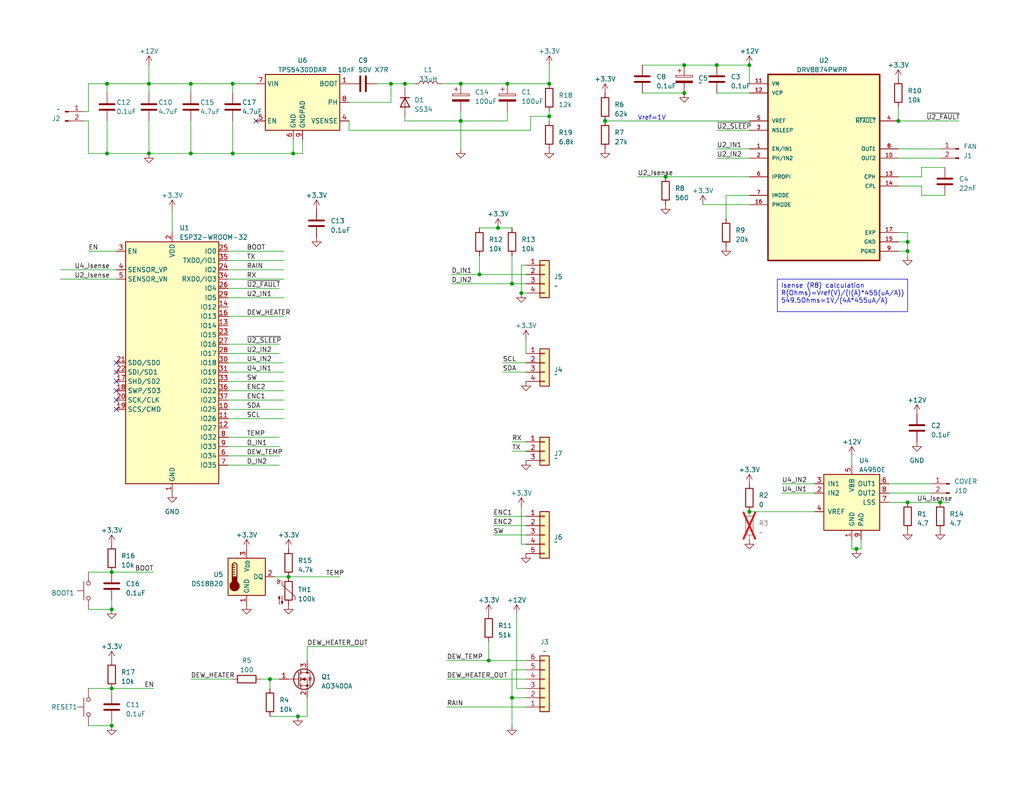
<source format=kicad_sch>
(kicad_sch (version 20230121) (generator eeschema)
  (paper "USLetter")
  (title_block (title "Fantastic Fan ESPHome Control Board") (date "2023-07-25") (rev "2") (company "Chris Schimp (Silverchris)") (comment 1 "Designed to integrate Fantastic Fans into Home Assistant Via ESPHome"))
  (lib_symbols
    (symbol "Connector:Conn_01x02_Pin" (pin_names (offset 1.016) hide)
      (property "Reference" "J" (at 0 2.54 0))
      (property "Value" "Conn_01x02_Pin" (at 0 -5.08 0))
      (symbol "Conn_01x02_Pin_1_1"
        (pin passive line (at 5.08 0 180) (length 3.81) (name "Pin_1") (number "1"))
        (pin passive line (at 5.08 -2.54 180) (length 3.81) (name "Pin_2") (number "2"))
      )
    )
    (symbol "Connector_Generic:Conn_01x03" (pin_names (offset 1.016) hide)
      (property "Reference" "J" (at 0 5.08 0))
      (property "Value" "Conn_01x03" (at 0 -5.08 0))
      (symbol "Conn_01x03_1_1"
        (pin passive line (at -5.08 2.54 0) (length 3.81) (name "Pin_1") (number "1"))
        (pin passive line (at -5.08 0 0) (length 3.81) (name "Pin_2") (number "2"))
        (pin passive line (at -5.08 -2.54 0) (length 3.81) (name "Pin_3") (number "3"))
      )
    )
    (symbol "Connector_Generic:Conn_01x04" (pin_names (offset 1.016) hide)
      (property "Reference" "J" (at 0 5.08 0))
      (property "Value" "Conn_01x04" (at 0 -7.62 0))
      (symbol "Conn_01x04_1_1"
        (pin passive line (at -5.08 2.54 0) (length 3.81) (name "Pin_1") (number "1"))
        (pin passive line (at -5.08 0 0) (length 3.81) (name "Pin_2") (number "2"))
        (pin passive line (at -5.08 -2.54 0) (length 3.81) (name "Pin_3") (number "3"))
        (pin passive line (at -5.08 -5.08 0) (length 3.81) (name "Pin_4") (number "4"))
      )
    )
    (symbol "Connector_Generic:Conn_01x05" (pin_names (offset 1.016) hide)
      (property "Reference" "J" (at 0 7.62 0))
      (property "Value" "Conn_01x05" (at 0 -7.62 0))
      (symbol "Conn_01x05_1_1"
        (pin passive line (at -5.08 5.08 0) (length 3.81) (name "Pin_1") (number "1"))
        (pin passive line (at -5.08 2.54 0) (length 3.81) (name "Pin_2") (number "2"))
        (pin passive line (at -5.08 0 0) (length 3.81) (name "Pin_3") (number "3"))
        (pin passive line (at -5.08 -2.54 0) (length 3.81) (name "Pin_4") (number "4"))
        (pin passive line (at -5.08 -5.08 0) (length 3.81) (name "Pin_5") (number "5"))
      )
    )
    (symbol "Connector_Generic:Conn_01x06" (pin_names (offset 1.016) hide)
      (property "Reference" "J" (at 0 7.62 0))
      (property "Value" "Conn_01x06" (at 0 -10.16 0))
      (symbol "Conn_01x06_1_1"
        (pin passive line (at -5.08 5.08 0) (length 3.81) (name "Pin_1") (number "1"))
        (pin passive line (at -5.08 2.54 0) (length 3.81) (name "Pin_2") (number "2"))
        (pin passive line (at -5.08 0 0) (length 3.81) (name "Pin_3") (number "3"))
        (pin passive line (at -5.08 -2.54 0) (length 3.81) (name "Pin_4") (number "4"))
        (pin passive line (at -5.08 -5.08 0) (length 3.81) (name "Pin_5") (number "5"))
        (pin passive line (at -5.08 -7.62 0) (length 3.81) (name "Pin_6") (number "6"))
      )
    )
    (symbol "DRV8876:DRV8876PWPT" (pin_names (offset 1.016))
      (property "Reference" "U" (at -15.24 26.4 0))
      (property "Value" "DRV8876PWPT" (at -15.24 -29.4 0))
      (symbol "DRV8876PWPT_0_0"
        (pin input line (at -20.32 5.08 0) (length 5.08) (name "EN/IN1") (number "1"))
        (pin output line (at 20.32 2.54 180) (length 5.08) (name "OUT2") (number "10"))
        (pin power_in line (at -20.32 22.86 0) (length 5.08) (name "VM") (number "11"))
        (pin power_in line (at -20.32 20.32 0) (length 5.08) (name "VCP") (number "12"))
        (pin bidirectional line (at 20.32 -2.54 180) (length 5.08) (name "CPH") (number "13"))
        (pin bidirectional line (at 20.32 -5.08 180) (length 5.08) (name "CPL") (number "14"))
        (pin power_in line (at 20.32 -20.32 180) (length 5.08) (name "GND") (number "15"))
        (pin input line (at -20.32 -10.16 0) (length 5.08) (name "PMODE") (number "16"))
        (pin passive line (at 20.32 -17.78 180) (length 5.08) (name "EXP") (number "17"))
        (pin input line (at -20.32 2.54 0) (length 5.08) (name "PH/IN2") (number "2"))
        (pin input line (at -20.32 10.16 0) (length 5.08) (name "NSLEEP") (number "3"))
        (pin output line (at 20.32 12.7 180) (length 5.08) (name "~{NFAULT}") (number "4"))
        (pin input line (at -20.32 12.7 0) (length 5.08) (name "VREF") (number "5"))
        (pin output line (at -20.32 -2.54 0) (length 5.08) (name "IPROPI") (number "6"))
        (pin input line (at -20.32 -7.62 0) (length 5.08) (name "IMODE") (number "7"))
        (pin output line (at 20.32 5.08 180) (length 5.08) (name "OUT1") (number "8"))
        (pin power_in line (at 20.32 -22.86 180) (length 5.08) (name "PGND") (number "9"))
      )
    )
    (symbol "Device:C" (pin_numbers hide) (pin_names (offset 0.254))
      (property "Reference" "C" (at 0.635 2.54 0))
      (property "Value" "C" (at 0.635 -2.54 0))
      (symbol "C_1_1"
        (pin passive line (at 0 3.81 270) (length 2.794) (name "~") (number "1"))
        (pin passive line (at 0 -3.81 90) (length 2.794) (name "~") (number "2"))
      )
    )
    (symbol "Device:C_Polarized" (pin_numbers hide) (pin_names (offset 0.254))
      (property "Reference" "C" (at 0.635 2.54 0))
      (property "Value" "C_Polarized" (at 0.635 -2.54 0))
      (symbol "C_Polarized_1_1"
        (pin passive line (at 0 3.81 270) (length 2.794) (name "~") (number "1"))
        (pin passive line (at 0 -3.81 90) (length 2.794) (name "~") (number "2"))
      )
    )
    (symbol "Device:D" (pin_numbers hide) (pin_names (offset 1.016) hide)
      (property "Reference" "D" (at 0 2.54 0))
      (property "Value" "D" (at 0 -2.54 0))
      (symbol "D_1_1"
        (pin passive line (at -3.81 0 0) (length 2.54) (name "K") (number "1"))
        (pin passive line (at 3.81 0 180) (length 2.54) (name "A") (number "2"))
      )
    )
    (symbol "Device:L" (pin_numbers hide) (pin_names (offset 1.016) hide)
      (property "Reference" "L" (at -1.27 0 90))
      (property "Value" "L" (at 1.905 0 90))
      (symbol "L_1_1"
        (pin passive line (at 0 3.81 270) (length 1.27) (name "1") (number "1"))
        (pin passive line (at 0 -3.81 90) (length 1.27) (name "2") (number "2"))
      )
    )
    (symbol "Device:R" (pin_numbers hide) (pin_names (offset 0))
      (property "Reference" "R" (at 2.032 0 90))
      (property "Value" "R" (at 0 0 90))
      (symbol "R_1_1"
        (pin passive line (at 0 3.81 270) (length 1.27) (name "~") (number "1"))
        (pin passive line (at 0 -3.81 90) (length 1.27) (name "~") (number "2"))
      )
    )
    (symbol "Device:Thermistor_NTC" (pin_numbers hide) (pin_names (offset 0))
      (property "Reference" "TH" (at -4.445 0 90))
      (property "Value" "Thermistor_NTC" (at 3.175 0 90))
      (symbol "Thermistor_NTC_1_1"
        (pin passive line (at 0 3.81 270) (length 1.27) (name "~") (number "1"))
        (pin passive line (at 0 -3.81 90) (length 1.27) (name "~") (number "2"))
      )
    )
    (symbol "Driver_Motor:A4950E" (pin_names (offset 1.016))
      (property "Reference" "U" (at -7.62 8.89 0))
      (property "Value" "A4950E" (at 5.08 8.89 0))
      (symbol "A4950E_1_1"
        (pin power_in line (at 0 -10.16 90) (length 2.54) (name "GND") (number "1"))
        (pin input line (at -10.16 2.54 0) (length 2.54) (name "IN2") (number "2"))
        (pin input line (at -10.16 5.08 0) (length 2.54) (name "IN1") (number "3"))
        (pin passive line (at -10.16 -2.54 0) (length 2.54) (name "VREF") (number "4"))
        (pin power_in line (at 0 10.16 270) (length 2.54) (name "VBB") (number "5"))
        (pin power_out line (at 10.16 5.08 180) (length 2.54) (name "OUT1") (number "6"))
        (pin power_in line (at 10.16 0 180) (length 2.54) (name "LSS") (number "7"))
        (pin power_out line (at 10.16 2.54 180) (length 2.54) (name "OUT2") (number "8"))
        (pin power_in line (at 2.54 -10.16 90) (length 2.54) (name "PAD") (number "9"))
      )
    )
    (symbol "RF_Module:ESP32-WROOM-32"
      (property "Reference" "U" (at -12.7 34.29 0))
      (property "Value" "ESP32-WROOM-32" (at 1.27 34.29 0))
      (symbol "ESP32-WROOM-32_1_1"
        (pin power_in line (at 0 -35.56 90) (length 2.54) (name "GND") (number "1"))
        (pin bidirectional line (at 15.24 -12.7 180) (length 2.54) (name "IO25") (number "10"))
        (pin bidirectional line (at 15.24 -15.24 180) (length 2.54) (name "IO26") (number "11"))
        (pin bidirectional line (at 15.24 -17.78 180) (length 2.54) (name "IO27") (number "12"))
        (pin bidirectional line (at 15.24 10.16 180) (length 2.54) (name "IO14") (number "13"))
        (pin bidirectional line (at 15.24 15.24 180) (length 2.54) (name "IO12") (number "14"))
        (pin passive line (at 0 -35.56 90) (length 2.54) hide (name "GND") (number "15"))
        (pin bidirectional line (at 15.24 12.7 180) (length 2.54) (name "IO13") (number "16"))
        (pin bidirectional line (at -15.24 -5.08 0) (length 2.54) (name "SHD/SD2") (number "17"))
        (pin bidirectional line (at -15.24 -7.62 0) (length 2.54) (name "SWP/SD3") (number "18"))
        (pin bidirectional line (at -15.24 -12.7 0) (length 2.54) (name "SCS/CMD") (number "19"))
        (pin power_in line (at 0 35.56 270) (length 2.54) (name "VDD") (number "2"))
        (pin bidirectional line (at -15.24 -10.16 0) (length 2.54) (name "SCK/CLK") (number "20"))
        (pin bidirectional line (at -15.24 0 0) (length 2.54) (name "SDO/SD0") (number "21"))
        (pin bidirectional line (at -15.24 -2.54 0) (length 2.54) (name "SDI/SD1") (number "22"))
        (pin bidirectional line (at 15.24 7.62 180) (length 2.54) (name "IO15") (number "23"))
        (pin bidirectional line (at 15.24 25.4 180) (length 2.54) (name "IO2") (number "24"))
        (pin bidirectional line (at 15.24 30.48 180) (length 2.54) (name "IO0") (number "25"))
        (pin bidirectional line (at 15.24 20.32 180) (length 2.54) (name "IO4") (number "26"))
        (pin bidirectional line (at 15.24 5.08 180) (length 2.54) (name "IO16") (number "27"))
        (pin bidirectional line (at 15.24 2.54 180) (length 2.54) (name "IO17") (number "28"))
        (pin bidirectional line (at 15.24 17.78 180) (length 2.54) (name "IO5") (number "29"))
        (pin input line (at -15.24 30.48 0) (length 2.54) (name "EN") (number "3"))
        (pin bidirectional line (at 15.24 0 180) (length 2.54) (name "IO18") (number "30"))
        (pin bidirectional line (at 15.24 -2.54 180) (length 2.54) (name "IO19") (number "31"))
        (pin no_connect line (at -12.7 -27.94 0) (length 2.54) hide (name "NC") (number "32"))
        (pin bidirectional line (at 15.24 -5.08 180) (length 2.54) (name "IO21") (number "33"))
        (pin bidirectional line (at 15.24 22.86 180) (length 2.54) (name "RXD0/IO3") (number "34"))
        (pin bidirectional line (at 15.24 27.94 180) (length 2.54) (name "TXD0/IO1") (number "35"))
        (pin bidirectional line (at 15.24 -7.62 180) (length 2.54) (name "IO22") (number "36"))
        (pin bidirectional line (at 15.24 -10.16 180) (length 2.54) (name "IO23") (number "37"))
        (pin passive line (at 0 -35.56 90) (length 2.54) hide (name "GND") (number "38"))
        (pin passive line (at 0 -35.56 90) (length 2.54) hide (name "GND") (number "39"))
        (pin input line (at -15.24 25.4 0) (length 2.54) (name "SENSOR_VP") (number "4"))
        (pin input line (at -15.24 22.86 0) (length 2.54) (name "SENSOR_VN") (number "5"))
        (pin input line (at 15.24 -25.4 180) (length 2.54) (name "IO34") (number "6"))
        (pin input line (at 15.24 -27.94 180) (length 2.54) (name "IO35") (number "7"))
        (pin bidirectional line (at 15.24 -20.32 180) (length 2.54) (name "IO32") (number "8"))
        (pin bidirectional line (at 15.24 -22.86 180) (length 2.54) (name "IO33") (number "9"))
      )
    )
    (symbol "Regulator_Switching:TPS5430DDA"
      (property "Reference" "U" (at -10.16 8.89 0))
      (property "Value" "TPS5430DDA" (at -1.27 8.89 0))
      (symbol "TPS5430DDA_1_1"
        (pin input line (at 12.7 5.08 180) (length 2.54) (name "BOOT") (number "1"))
        (pin no_connect line (at -10.16 2.54 0) (length 2.54) hide (name "NC") (number "2"))
        (pin no_connect line (at -10.16 -2.54 0) (length 2.54) hide (name "NC") (number "3"))
        (pin input line (at 12.7 -5.08 180) (length 2.54) (name "VSENSE") (number "4"))
        (pin input line (at -12.7 -5.08 0) (length 2.54) (name "EN") (number "5"))
        (pin power_in line (at -2.54 -10.16 90) (length 2.54) (name "GND") (number "6"))
        (pin power_in line (at -12.7 5.08 0) (length 2.54) (name "VIN") (number "7"))
        (pin output line (at 12.7 0 180) (length 2.54) (name "PH") (number "8"))
        (pin power_in line (at 0 -10.16 90) (length 2.54) (name "GNDPAD") (number "9"))
      )
    )
    (symbol "Sensor_Temperature:DS18B20"
      (property "Reference" "U" (at -3.81 6.35 0))
      (property "Value" "DS18B20" (at 6.35 6.35 0))
      (symbol "DS18B20_1_1"
        (pin power_in line (at 0 -7.62 90) (length 2.54) (name "GND") (number "1"))
        (pin bidirectional line (at 7.62 0 180) (length 2.54) (name "DQ") (number "2"))
        (pin power_in line (at 0 7.62 270) (length 2.54) (name "V_{DD}") (number "3"))
      )
    )
    (symbol "Switch:SW_Push" (pin_numbers hide) (pin_names (offset 1.016) hide)
      (property "Reference" "SW" (at 1.27 2.54 0))
      (property "Value" "SW_Push" (at 0 -1.524 0))
      (symbol "SW_Push_0_1"
        (pin passive line (at -5.08 0 0) (length 2.54) (name "1") (number "1"))
        (pin passive line (at 5.08 0 180) (length 2.54) (name "2") (number "2"))
      )
    )
    (symbol "Transistor_FET:AO3400A" (pin_names hide)
      (property "Reference" "Q" (at 5.08 1.905 0))
      (property "Value" "AO3400A" (at 5.08 0 0))
      (symbol "AO3400A_1_1"
        (pin input line (at -5.08 0 0) (length 2.54) (name "G") (number "1"))
        (pin passive line (at 2.54 -5.08 90) (length 2.54) (name "S") (number "2"))
        (pin passive line (at 2.54 5.08 270) (length 2.54) (name "D") (number "3"))
      )
    )
    (symbol "power:+12V" (power) (pin_names (offset 0))
      (property "Value" "+12V" (at 0 3.556 0))
      (symbol "+12V_1_1"
        (pin power_in line (at 0 0 90) (length 0) hide (name "+12V") (number "1"))
      )
    )
    (symbol "power:+3.3V" (power) (pin_names (offset 0))
      (property "Value" "+3.3V" (at 0 3.556 0))
      (symbol "+3.3V_1_1"
        (pin power_in line (at 0 0 90) (length 0) hide (name "+3.3V") (number "1"))
      )
    )
    (symbol "power:GND" (power) (pin_names (offset 0))
      (property "Value" "GND" (at 0 -3.81 0))
      (symbol "GND_1_1"
        (pin power_in line (at 0 0 270) (length 0) hide (name "GND") (number "1"))
      )
    )
  )
  (junction (at 125.73 22.86))
  (junction (at 139.7 190.5))
  (junction (at 204.47 17.78))
  (junction (at 110.49 22.86))
  (junction (at 40.64 22.86))
  (junction (at 63.5 22.86))
  (junction (at 63.5 41.91))
  (junction (at 40.64 41.91))
  (junction (at 29.21 22.86))
  (junction (at 186.69 17.78))
  (junction (at 73.66 185.42))
  (junction (at 130.81 74.93))
  (junction (at 256.54 137.16))
  (junction (at 142.24 80.01))
  (junction (at 106.68 22.86))
  (junction (at 247.65 66.04))
  (junction (at 125.73 33.02))
  (junction (at 52.07 22.86))
  (junction (at 233.68 149.86))
  (junction (at 149.86 22.86))
  (junction (at 204.47 139.7))
  (junction (at 30.48 187.96))
  (junction (at 245.11 33.02))
  (junction (at 30.48 198.12))
  (junction (at 165.1 33.02))
  (junction (at 80.01 41.91))
  (junction (at 138.43 22.86))
  (junction (at 139.7 77.47))
  (junction (at 186.69 25.4))
  (junction (at 181.61 48.26))
  (junction (at 52.07 41.91))
  (junction (at 195.58 17.78))
  (junction (at 30.48 156.21))
  (junction (at 247.65 137.16))
  (junction (at 81.28 195.58))
  (junction (at 78.74 157.48))
  (junction (at 29.21 41.91))
  (junction (at 149.86 31.75))
  (junction (at 135.89 62.23))
  (junction (at 30.48 166.37))
  (junction (at 133.35 180.34))
  (junction (at 247.65 68.58))
  (no_connect (at 31.75 111.76))
  (no_connect (at 31.75 101.6))
  (no_connect (at 31.75 99.06))
  (no_connect (at 31.75 109.22))
  (no_connect (at 31.75 104.14))
  (no_connect (at 31.75 106.68))
  (no_connect (at 69.85 33.02))
  (wire (pts (xy 247.65 68.58) (xy 247.65 69.85)))
  (wire (pts (xy 62.23 127) (xy 76.2 127)))
  (wire (pts (xy 106.68 27.94) (xy 106.68 22.86)))
  (wire (pts (xy 232.41 147.32) (xy 232.41 149.86)))
  (wire (pts (xy 110.49 33.02) (xy 125.73 33.02)))
  (wire (pts (xy 110.49 22.86) (xy 113.03 22.86)))
  (wire (pts (xy 95.25 35.56) (xy 144.78 35.56)))
  (wire (pts (xy 24.13 187.96) (xy 30.48 187.96)))
  (wire (pts (xy 175.26 17.78) (xy 186.69 17.78)))
  (wire (pts (xy 110.49 22.86) (xy 110.49 24.13)))
  (wire (pts (xy 52.07 185.42) (xy 63.5 185.42)))
  (wire (pts (xy 63.5 33.02) (xy 63.5 41.91)))
  (wire (pts (xy 78.74 157.48) (xy 92.71 157.48)))
  (wire (pts (xy 245.11 68.58) (xy 247.65 68.58)))
  (wire (pts (xy 133.35 180.34) (xy 143.51 180.34)))
  (wire (pts (xy 144.78 35.56) (xy 144.78 31.75)))
  (wire (pts (xy 245.11 43.18) (xy 256.54 43.18)))
  (wire (pts (xy 140.97 167.64) (xy 140.97 187.96)))
  (wire (pts (xy 71.12 185.42) (xy 73.66 185.42)))
  (wire (pts (xy 173.99 48.26) (xy 181.61 48.26)))
  (wire (pts (xy 62.23 104.14) (xy 77.47 104.14)))
  (wire (pts (xy 102.87 22.86) (xy 106.68 22.86)))
  (wire (pts (xy 125.73 33.02) (xy 125.73 40.64)))
  (wire (pts (xy 256.54 137.16) (xy 259.08 137.16)))
  (wire (pts (xy 242.57 134.62) (xy 254 134.62)))
  (wire (pts (xy 40.64 33.02) (xy 40.64 41.91)))
  (wire (pts (xy 62.23 119.38) (xy 76.2 119.38)))
  (wire (pts (xy 139.7 69.85) (xy 139.7 77.47)))
  (wire (pts (xy 245.11 63.5) (xy 247.65 63.5)))
  (wire (pts (xy 139.7 190.5) (xy 139.7 198.12)))
  (wire (pts (xy 30.48 156.21) (xy 24.13 156.21)))
  (wire (pts (xy 81.28 195.58) (xy 73.66 195.58)))
  (wire (pts (xy 52.07 22.86) (xy 52.07 25.4)))
  (wire (pts (xy 30.48 196.85) (xy 30.48 198.12)))
  (wire (pts (xy 82.55 41.91) (xy 82.55 38.1)))
  (wire (pts (xy 30.48 189.23) (xy 30.48 187.96)))
  (wire (pts (xy 195.58 35.56) (xy 204.47 35.56)))
  (wire (pts (xy 80.01 38.1) (xy 80.01 41.91)))
  (wire (pts (xy 191.77 55.88) (xy 204.47 55.88)))
  (wire (pts (xy 251.46 45.72) (xy 257.81 45.72)))
  (wire (pts (xy 138.43 33.02) (xy 138.43 30.48)))
  (wire (pts (xy 30.48 163.83) (xy 30.48 166.37)))
  (wire (pts (xy 247.65 137.16) (xy 256.54 137.16)))
  (wire (pts (xy 83.82 180.34) (xy 83.82 176.53)))
  (wire (pts (xy 195.58 40.64) (xy 204.47 40.64)))
  (wire (pts (xy 130.81 62.23) (xy 135.89 62.23)))
  (wire (pts (xy 121.92 193.04) (xy 143.51 193.04)))
  (wire (pts (xy 139.7 77.47) (xy 143.51 77.47)))
  (wire (pts (xy 29.21 22.86) (xy 40.64 22.86)))
  (wire (pts (xy 30.48 156.21) (xy 41.91 156.21)))
  (wire (pts (xy 62.23 121.92) (xy 76.2 121.92)))
  (wire (pts (xy 247.65 63.5) (xy 247.65 66.04)))
  (wire (pts (xy 198.12 53.34) (xy 198.12 59.69)))
  (wire (pts (xy 63.5 22.86) (xy 63.5 25.4)))
  (wire (pts (xy 181.61 48.26) (xy 204.47 48.26)))
  (wire (pts (xy 46.99 57.15) (xy 46.99 63.5)))
  (wire (pts (xy 233.68 149.86) (xy 234.95 149.86)))
  (wire (pts (xy 83.82 195.58) (xy 83.82 190.5)))
  (wire (pts (xy 139.7 182.88) (xy 139.7 190.5)))
  (wire (pts (xy 245.11 33.02) (xy 261.62 33.02)))
  (wire (pts (xy 62.23 73.66) (xy 77.47 73.66)))
  (wire (pts (xy 62.23 81.28) (xy 77.47 81.28)))
  (wire (pts (xy 121.92 180.34) (xy 133.35 180.34)))
  (wire (pts (xy 123.19 77.47) (xy 139.7 77.47)))
  (wire (pts (xy 62.23 78.74) (xy 76.2 78.74)))
  (wire (pts (xy 29.21 22.86) (xy 29.21 25.4)))
  (wire (pts (xy 62.23 96.52) (xy 76.2 96.52)))
  (wire (pts (xy 143.51 182.88) (xy 139.7 182.88)))
  (wire (pts (xy 62.23 71.12) (xy 77.47 71.12)))
  (wire (pts (xy 142.24 80.01) (xy 143.51 80.01)))
  (wire (pts (xy 142.24 148.59) (xy 143.51 148.59)))
  (wire (pts (xy 29.21 33.02) (xy 29.21 41.91)))
  (wire (pts (xy 83.82 176.53) (xy 99.06 176.53)))
  (wire (pts (xy 139.7 123.19) (xy 143.51 123.19)))
  (wire (pts (xy 106.68 22.86) (xy 110.49 22.86)))
  (wire (pts (xy 123.19 74.93) (xy 130.81 74.93)))
  (wire (pts (xy 245.11 50.8) (xy 251.46 50.8)))
  (wire (pts (xy 62.23 101.6) (xy 77.47 101.6)))
  (wire (pts (xy 16.51 73.66) (xy 31.75 73.66)))
  (wire (pts (xy 73.66 185.42) (xy 76.2 185.42)))
  (wire (pts (xy 40.64 22.86) (xy 52.07 22.86)))
  (wire (pts (xy 81.28 195.58) (xy 83.82 195.58)))
  (wire (pts (xy 175.26 25.4) (xy 186.69 25.4)))
  (wire (pts (xy 142.24 138.43) (xy 142.24 148.59)))
  (wire (pts (xy 251.46 50.8) (xy 251.46 53.34)))
  (wire (pts (xy 143.51 187.96) (xy 140.97 187.96)))
  (wire (pts (xy 125.73 30.48) (xy 125.73 33.02)))
  (wire (pts (xy 30.48 187.96) (xy 41.91 187.96)))
  (wire (pts (xy 40.64 17.78) (xy 40.64 22.86)))
  (wire (pts (xy 142.24 72.39) (xy 142.24 80.01)))
  (wire (pts (xy 62.23 68.58) (xy 77.47 68.58)))
  (wire (pts (xy 204.47 17.78) (xy 204.47 22.86)))
  (wire (pts (xy 62.23 106.68) (xy 77.47 106.68)))
  (wire (pts (xy 74.93 157.48) (xy 78.74 157.48)))
  (wire (pts (xy 63.5 22.86) (xy 69.85 22.86)))
  (wire (pts (xy 52.07 22.86) (xy 63.5 22.86)))
  (wire (pts (xy 245.11 29.21) (xy 245.11 33.02)))
  (wire (pts (xy 144.78 31.75) (xy 149.86 31.75)))
  (wire (pts (xy 134.62 146.05) (xy 143.51 146.05)))
  (wire (pts (xy 251.46 53.34) (xy 257.81 53.34)))
  (wire (pts (xy 62.23 111.76) (xy 77.47 111.76)))
  (wire (pts (xy 24.13 198.12) (xy 30.48 198.12)))
  (wire (pts (xy 149.86 30.48) (xy 149.86 31.75)))
  (wire (pts (xy 22.86 33.02) (xy 24.13 33.02)))
  (wire (pts (xy 204.47 53.34) (xy 198.12 53.34)))
  (wire (pts (xy 137.16 101.6) (xy 143.51 101.6)))
  (wire (pts (xy 251.46 48.26) (xy 251.46 45.72)))
  (wire (pts (xy 204.47 139.7) (xy 222.25 139.7)))
  (wire (pts (xy 213.36 132.08) (xy 222.25 132.08)))
  (wire (pts (xy 62.23 86.36) (xy 77.47 86.36)))
  (wire (pts (xy 186.69 17.78) (xy 195.58 17.78)))
  (wire (pts (xy 120.65 22.86) (xy 125.73 22.86)))
  (wire (pts (xy 139.7 190.5) (xy 143.51 190.5)))
  (wire (pts (xy 95.25 33.02) (xy 95.25 35.56)))
  (wire (pts (xy 62.23 93.98) (xy 76.2 93.98)))
  (wire (pts (xy 247.65 66.04) (xy 247.65 68.58)))
  (wire (pts (xy 62.23 76.2) (xy 77.47 76.2)))
  (wire (pts (xy 52.07 41.91) (xy 63.5 41.91)))
  (wire (pts (xy 29.21 41.91) (xy 40.64 41.91)))
  (wire (pts (xy 195.58 25.4) (xy 204.47 25.4)))
  (wire (pts (xy 232.41 149.86) (xy 233.68 149.86)))
  (wire (pts (xy 110.49 33.02) (xy 110.49 31.75)))
  (wire (pts (xy 62.23 114.3) (xy 77.47 114.3)))
  (wire (pts (xy 165.1 33.02) (xy 204.47 33.02)))
  (wire (pts (xy 213.36 134.62) (xy 222.25 134.62)))
  (wire (pts (xy 22.86 30.48) (xy 24.13 30.48)))
  (wire (pts (xy 95.25 27.94) (xy 106.68 27.94)))
  (wire (pts (xy 16.51 76.2) (xy 31.75 76.2)))
  (wire (pts (xy 139.7 120.65) (xy 143.51 120.65)))
  (wire (pts (xy 245.11 48.26) (xy 251.46 48.26)))
  (wire (pts (xy 80.01 41.91) (xy 82.55 41.91)))
  (wire (pts (xy 142.24 72.39) (xy 143.51 72.39)))
  (wire (pts (xy 232.41 124.46) (xy 232.41 127)))
  (wire (pts (xy 40.64 41.91) (xy 52.07 41.91)))
  (wire (pts (xy 234.95 147.32) (xy 234.95 149.86)))
  (wire (pts (xy 63.5 41.91) (xy 80.01 41.91)))
  (wire (pts (xy 134.62 143.51) (xy 143.51 143.51)))
  (wire (pts (xy 73.66 185.42) (xy 73.66 187.96)))
  (wire (pts (xy 245.11 66.04) (xy 247.65 66.04)))
  (wire (pts (xy 24.13 68.58) (xy 31.75 68.58)))
  (wire (pts (xy 24.13 22.86) (xy 29.21 22.86)))
  (wire (pts (xy 135.89 62.23) (xy 139.7 62.23)))
  (wire (pts (xy 121.92 185.42) (xy 143.51 185.42)))
  (wire (pts (xy 125.73 33.02) (xy 138.43 33.02)))
  (wire (pts (xy 133.35 175.26) (xy 133.35 180.34)))
  (wire (pts (xy 40.64 22.86) (xy 40.64 25.4)))
  (wire (pts (xy 134.62 140.97) (xy 143.51 140.97)))
  (wire (pts (xy 242.57 132.08) (xy 254 132.08)))
  (wire (pts (xy 143.51 92.71) (xy 143.51 96.52)))
  (wire (pts (xy 195.58 17.78) (xy 204.47 17.78)))
  (wire (pts (xy 130.81 69.85) (xy 130.81 74.93)))
  (wire (pts (xy 130.81 74.93) (xy 143.51 74.93)))
  (wire (pts (xy 24.13 41.91) (xy 24.13 33.02)))
  (wire (pts (xy 52.07 33.02) (xy 52.07 41.91)))
  (wire (pts (xy 149.86 17.78) (xy 149.86 22.86)))
  (wire (pts (xy 245.11 40.64) (xy 256.54 40.64)))
  (wire (pts (xy 242.57 137.16) (xy 247.65 137.16)))
  (wire (pts (xy 24.13 41.91) (xy 29.21 41.91)))
  (wire (pts (xy 62.23 124.46) (xy 76.2 124.46)))
  (wire (pts (xy 62.23 109.22) (xy 77.47 109.22)))
  (wire (pts (xy 195.58 43.18) (xy 204.47 43.18)))
  (wire (pts (xy 30.48 166.37) (xy 24.13 166.37)))
  (wire (pts (xy 24.13 22.86) (xy 24.13 30.48)))
  (wire (pts (xy 62.23 99.06) (xy 77.47 99.06)))
  (wire (pts (xy 137.16 99.06) (xy 143.51 99.06)))
  (wire (pts (xy 125.73 22.86) (xy 138.43 22.86)))
  (wire (pts (xy 138.43 22.86) (xy 149.86 22.86)))
  (wire (pts (xy 149.86 31.75) (xy 149.86 33.02)))
  (text_box "Isense (R8) calculation\nR(Ohms)=Vref(V)/(I(A)*455(uA/A))\n549.5Ohms=1V/(4A*455uA/A)" (at 212.09 76.2 0) (size 35.56 8.89) (effects (font (size 1.27 1.27)) (justify left top)))
  (text "Vref=1V" (at 173.99 33.02 0) (effects (font (size 1.27 1.27)) (justify left bottom)))
  (label "DEW_HEATER_OUT" (at 83.82 176.53 0))
  (label "DEW_TEMP" (at 121.92 180.34 0))
  (label "~{U2_SLEEP}" (at 67.31 93.98 0))
  (label "DEW_HEATER_OUT" (at 121.92 185.42 0))
  (label "U2_IN2" (at 195.58 43.18 0))
  (label "TX" (at 67.31 71.12 0))
  (label "RAIN" (at 67.31 73.66 0))
  (label "U4_IN2" (at 213.36 132.08 0))
  (label "D_IN1" (at 67.31 121.92 0))
  (label "U2_IN1" (at 67.31 81.28 0))
  (label "ENC1" (at 134.62 140.97 0))
  (label "RX" (at 139.7 120.65 0))
  (label "TEMP" (at 88.9 157.48 0))
  (label "U2_Isense" (at 20.32 76.2 0))
  (label "U2_IN1" (at 195.58 40.64 0))
  (label "~{U2_SLEEP}" (at 195.58 35.56 0))
  (label "DEW_HEATER" (at 52.07 185.42 0))
  (label "SCL" (at 137.16 99.06 0))
  (label "SCL" (at 67.31 114.3 0))
  (label "SW" (at 134.62 146.05 0))
  (label "U4_IN1" (at 213.36 134.62 0))
  (label "TX" (at 139.7 123.19 0))
  (label "~{U2_FAULT}" (at 67.31 78.74 0))
  (label "EN" (at 24.13 68.58 0))
  (label "SDA" (at 137.16 101.6 0))
  (label "D_IN2" (at 67.31 127 0))
  (label "U2_Isense" (at 173.99 48.26 0))
  (label "ENC2" (at 134.62 143.51 0))
  (label "RAIN" (at 121.92 193.04 0))
  (label "D_IN1" (at 123.19 74.93 0))
  (label "U4_Isense" (at 20.32 73.66 0))
  (label "U4_Isense" (at 250.19 137.16 0))
  (label "BOOT" (at 41.91 156.21 180))
  (label "U2_IN2" (at 67.31 96.52 0))
  (label "SW" (at 67.31 104.14 0))
  (label "U4_IN1" (at 67.31 101.6 0))
  (label "RX" (at 67.31 76.2 0))
  (label "D_IN2" (at 123.19 77.47 0))
  (label "ENC2" (at 67.31 106.68 0))
  (label "U4_IN2" (at 67.31 99.06 0))
  (label "BOOT" (at 67.31 68.58 0))
  (label "SDA" (at 67.31 111.76 0))
  (label "EN" (at 39.37 187.96 0))
  (label "DEW_HEATER" (at 67.31 86.36 0))
  (label "TEMP" (at 67.31 119.38 0))
  (label "ENC1" (at 67.31 109.22 0))
  (label "~{U2_FAULT}" (at 252.73 33.02 0))
  (label "DEW_TEMP" (at 67.31 124.46 0))
  (symbol (lib_id "power:GND") (at 139.7 198.12 0) (unit 1)
    (property "Reference" "#PWR045" (effects hide))
    (property "Value" "GND" (effects hide))
  )
  (symbol (lib_id "power:GND") (at 181.61 55.88 0) (unit 1)
    (property "Reference" "#PWR011" (effects hide))
    (property "Value" "GND" (effects hide))
  )
  (symbol (lib_id "power:+12V") (at 250.19 113.03 0) (unit 1)
    (property "Reference" "#PWR01" (effects hide))
    (property "Value" "+12V" (at 250.19 109.22 0))
  )
  (symbol (lib_id "power:+12V") (at 40.64 17.78 0) (unit 1)
    (property "Reference" "#PWR027" (effects hide))
    (property "Value" "+12V" (at 40.64 13.97 0))
  )
  (symbol (lib_id "Device:C") (at 99.06 22.86 90) (unit 1)
    (property "Reference" "C9" (at 99.06 16.51 90))
    (property "Value" "10nF 50V X7R" (at 99.06 19.05 90))
    (property "Footprint" "Capacitor_SMD:C_0603_1608Metric" (effects hide))
  )
  (symbol (lib_id "RF_Module:ESP32-WROOM-32") (at 46.99 99.06 0) (unit 1)
    (property "Reference" "U1" (at 48.9459 62.23 0) (effects (justify left)))
    (property "Value" "ESP32-WROOM-32" (at 48.9459 64.77 0) (effects (justify left)))
    (property "Footprint" "RF_Module:ESP32-WROOM-32" (effects hide))
    (property "Datasheet" "https://www.espressif.com/sites/default/files/documentation/esp32-wroom-32_datasheet_en.pdf" (effects hide))
  )
  (symbol (lib_id "power:GND") (at 40.64 41.91 0) (unit 1)
    (property "Reference" "#PWR032" (effects hide))
    (property "Value" "GND" (effects hide))
  )
  (symbol (lib_id "power:GND") (at 125.73 40.64 0) (unit 1)
    (property "Reference" "#PWR028" (effects hide))
    (property "Value" "GND" (effects hide))
  )
  (symbol (lib_id "power:+3.3V") (at 30.48 148.59 0) (mirror y) (unit 1)
    (property "Reference" "#PWR043" (effects hide))
    (property "Value" "+3.3V" (at 30.48 144.78 0))
  )
  (symbol (lib_id "power:GND") (at 67.31 165.1 0) (unit 1)
    (property "Reference" "#PWR040" (effects hide))
    (property "Value" "GND" (effects hide))
  )
  (symbol (lib_id "power:+3.3V") (at 67.31 149.86 0) (unit 1)
    (property "Reference" "#PWR029" (effects hide))
    (property "Value" "+3.3V" (at 67.31 146.05 0))
  )
  (symbol (lib_id "Connector:Conn_01x02_Pin") (at 17.78 30.48 0) (unit 1)
    (property "Reference" "J2" (at 16.51 32.385 0) (effects (justify right)))
    (property "Value" "~" (at 16.51 29.845 0) (effects (justify right)))
    (property "Footprint" "Connector_Phoenix_MSTB:PhoenixContact_MSTBVA_2,5_2-G-5,08_1x02_P5.08mm_Vertical" (effects hide))
  )
  (symbol (lib_id "power:+3.3V") (at 135.89 62.23 0) (unit 1)
    (property "Reference" "#PWR042" (effects hide))
    (property "Value" "+3.3V" (at 135.89 58.42 0))
  )
  (symbol (lib_id "Device:R") (at 256.54 140.97 0) (unit 1)
    (property "Reference" "R14" (at 259.08 140.335 0) (effects (justify left)))
    (property "Value" "4.7" (at 259.08 142.875 0) (effects (justify left)))
    (property "Footprint" "Resistor_SMD:R_0805_2012Metric" (effects hide))
    (property "LCSC Part #" "C17675" (effects hide))
  )
  (symbol (lib_id "Device:R") (at 30.48 184.15 0) (unit 1)
    (property "Reference" "R17" (at 33.02 183.515 0) (effects (justify left)))
    (property "Value" "10k" (at 33.02 186.055 0) (effects (justify left)))
    (property "Footprint" "Resistor_SMD:R_0603_1608Metric" (effects hide))
  )
  (symbol (lib_id "power:+12V") (at 140.97 167.64 0) (unit 1)
    (property "Reference" "#PWR036" (effects hide))
    (property "Value" "+12V" (at 140.97 163.83 0))
  )
  (symbol (lib_id "Device:C") (at 195.58 21.59 0) (unit 1)
    (property "Reference" "C3" (at 199.39 20.955 0) (effects (justify left)))
    (property "Value" "0.1uF" (at 199.39 23.495 0) (effects (justify left)))
    (property "Footprint" "Capacitor_SMD:C_0603_1608Metric" (effects hide))
  )
  (symbol (lib_id "power:+3.3V") (at 245.11 21.59 0) (unit 1)
    (property "Reference" "#PWR015" (effects hide))
    (property "Value" "+3.3V" (at 245.11 17.78 0))
  )
  (symbol (lib_id "power:+3.3V") (at 165.1 25.4 0) (unit 1)
    (property "Reference" "#PWR09" (effects hide))
    (property "Value" "+3.3V" (at 165.1 21.59 0))
  )
  (symbol (lib_id "Device:C_Polarized") (at 138.43 26.67 0) (unit 1)
    (property "Reference" "C1" (at 142.24 25.146 0) (effects (justify left)))
    (property "Value" "100uF" (at 142.24 27.686 0) (effects (justify left)))
    (property "Footprint" "Capacitor_SMD:C_1206_3216Metric" (effects hide))
  )
  (symbol (lib_id "Device:Thermistor_NTC") (at 78.74 161.29 0) (unit 1)
    (property "Reference" "TH1" (at 81.28 160.9725 0) (effects (justify left)))
    (property "Value" "100k" (at 81.28 163.5125 0) (effects (justify left)))
    (property "Footprint" "Connector_PinHeader_2.54mm:PinHeader_1x02_P2.54mm_Vertical" (effects hide))
  )
  (symbol (lib_id "power:GND") (at 142.24 80.01 0) (unit 1)
    (property "Reference" "#PWR033" (effects hide))
    (property "Value" "GND" (effects hide))
  )
  (symbol (lib_id "power:GND") (at 247.65 69.85 0) (unit 1)
    (property "Reference" "#PWR016" (effects hide))
    (property "Value" "GND" (effects hide))
  )
  (symbol (lib_id "power:GND") (at 143.51 151.13 0) (unit 1)
    (property "Reference" "#PWR023" (effects hide))
    (property "Value" "GND" (effects hide))
  )
  (symbol (lib_id "Device:C") (at 175.26 21.59 0) (unit 1)
    (property "Reference" "C8" (at 179.07 20.955 0) (effects (justify left)))
    (property "Value" "0.1uF" (at 179.07 23.495 0) (effects (justify left)))
    (property "Footprint" "Capacitor_SMD:C_0603_1608Metric" (effects hide))
  )
  (symbol (lib_id "power:GND") (at 233.68 149.86 0) (unit 1)
    (property "Reference" "#PWR02" (effects hide))
    (property "Value" "GND" (effects hide))
  )
  (symbol (lib_id "Device:D") (at 110.49 27.94 270) (unit 1)
    (property "Reference" "D1" (at 113.03 27.305 90) (effects (justify left)))
    (property "Value" "SS34" (at 113.03 29.845 90) (effects (justify left)))
    (property "Footprint" "Diode_SMD:D_SMA" (effects hide))
    (property "Sim.Device" "D" (effects hide))
    (property "Sim.Pins" "1=K 2=A" (effects hide))
  )
  (symbol (lib_id "power:GND") (at 81.28 195.58 0) (unit 1)
    (property "Reference" "#PWR07" (effects hide))
    (property "Value" "GND" (effects hide))
  )
  (symbol (lib_id "Device:C") (at 52.07 29.21 0) (unit 1)
    (property "Reference" "C15" (at 54.61 27.94 0) (effects (justify left)))
    (property "Value" "4.7uF" (at 54.61 30.48 0) (effects (justify left)))
    (property "Footprint" "Capacitor_SMD:C_1206_3216Metric" (effects hide))
    (property "LCSC Part #" "C29823" (effects hide))
  )
  (symbol (lib_id "power:GND") (at 30.48 198.12 0) (unit 1)
    (property "Reference" "#PWR037" (effects hide))
    (property "Value" "GND" (effects hide))
  )
  (symbol (lib_id "power:+3.3V") (at 46.99 57.15 0) (unit 1)
    (property "Reference" "#PWR020" (effects hide))
    (property "Value" "+3.3V" (at 46.99 53.34 0))
  )
  (symbol (lib_id "Device:C") (at 30.48 160.02 0) (unit 1)
    (property "Reference" "C16" (at 34.29 159.385 0) (effects (justify left)))
    (property "Value" "0.1uF" (at 34.29 161.925 0) (effects (justify left)))
    (property "Footprint" "Capacitor_SMD:C_0603_1608Metric" (effects hide))
  )
  (symbol (lib_id "Device:L") (at 116.84 22.86 90) (unit 1)
    (property "Reference" "L1" (at 116.84 19.05 90))
    (property "Value" "33uH" (at 116.84 21.59 90))
    (property "Footprint" "KiCad:1255AY100MP3" (effects hide))
    (property "LCSC Part #" "C1332315" (effects hide))
  )
  (symbol (lib_id "Device:R") (at 149.86 26.67 0) (unit 1)
    (property "Reference" "R18" (at 152.4 26.035 0) (effects (justify left)))
    (property "Value" "12k" (at 152.4 28.575 0) (effects (justify left)))
    (property "Footprint" "Resistor_SMD:R_0603_1608Metric" (effects hide))
  )
  (symbol (lib_id "Device:R") (at 139.7 66.04 0) (unit 1)
    (property "Reference" "R13" (at 142.24 65.405 0) (effects (justify left)))
    (property "Value" "10k" (at 142.24 67.945 0) (effects (justify left)))
    (property "Footprint" "Resistor_SMD:R_0603_1608Metric" (effects hide))
  )
  (symbol (lib_id "Device:R") (at 181.61 52.07 0) (unit 1)
    (property "Reference" "R8" (at 184.15 51.435 0) (effects (justify left)))
    (property "Value" "560" (at 184.15 53.975 0) (effects (justify left)))
    (property "Footprint" "Resistor_SMD:R_0603_1608Metric" (effects hide))
  )
  (symbol (lib_id "power:GND") (at 186.69 25.4 0) (unit 1)
    (property "Reference" "#PWR018" (effects hide))
    (property "Value" "GND" (effects hide))
  )
  (symbol (lib_id "Device:R") (at 165.1 29.21 0) (unit 1)
    (property "Reference" "R6" (at 167.64 28.575 0) (effects (justify left)))
    (property "Value" "62k" (at 167.64 31.115 0) (effects (justify left)))
    (property "Footprint" "Resistor_SMD:R_0603_1608Metric" (effects hide))
  )
  (symbol (lib_id "power:GND") (at 149.86 40.64 0) (unit 1)
    (property "Reference" "#PWR026" (effects hide))
    (property "Value" "GND" (effects hide))
  )
  (symbol (lib_id "Device:R") (at 73.66 191.77 0) (unit 1)
    (property "Reference" "R4" (at 76.2 191.135 0) (effects (justify left)))
    (property "Value" "10k" (at 76.2 193.675 0) (effects (justify left)))
    (property "Footprint" "Resistor_SMD:R_0603_1608Metric" (effects hide))
  )
  (symbol (lib_id "Connector_Generic:Conn_01x04") (at 148.59 99.06 0) (unit 1)
    (property "Reference" "J4" (at 151.13 100.965 0) (effects (justify left)))
    (property "Value" "~" (at 151.13 102.235 0) (effects (justify left)))
    (property "Footprint" "Connector_PinHeader_2.54mm:PinHeader_1x04_P2.54mm_Horizontal" (effects hide))
  )
  (symbol (lib_id "Device:R") (at 204.47 143.51 0) (unit 1) (dnp yes)
    (property "Reference" "R3" (at 207.01 142.875 0) (effects (justify left)))
    (property "Value" "~" (at 207.01 145.415 0) (effects (justify left)))
    (property "Footprint" "Resistor_SMD:R_0603_1608Metric" (effects hide))
  )
  (symbol (lib_id "Device:C_Polarized") (at 125.73 26.67 0) (unit 1)
    (property "Reference" "C14" (at 129.54 25.146 0) (effects (justify left)))
    (property "Value" "100uF" (at 129.54 27.686 0) (effects (justify left)))
    (property "Footprint" "Capacitor_SMD:C_1206_3216Metric" (effects hide))
    (property "LCSC Part #" "C15008" (effects hide))
  )
  (symbol (lib_id "power:+3.3V") (at 143.51 92.71 0) (unit 1)
    (property "Reference" "#PWR021" (effects hide))
    (property "Value" "+3.3V" (at 143.51 88.9 0))
  )
  (symbol (lib_id "Device:C") (at 40.64 29.21 0) (unit 1)
    (property "Reference" "C10" (at 43.18 27.94 0) (effects (justify left)))
    (property "Value" "4.7uF" (at 43.18 30.48 0) (effects (justify left)))
    (property "Footprint" "Capacitor_SMD:C_1206_3216Metric" (effects hide))
    (property "LCSC Part #" "C29823" (effects hide))
  )
  (symbol (lib_id "Connector_Generic:Conn_01x03") (at 148.59 123.19 0) (unit 1)
    (property "Reference" "J7" (at 151.13 123.825 0) (effects (justify left)))
    (property "Value" "~" (at 151.13 125.095 0) (effects (justify left)))
    (property "Footprint" "Connector_PinHeader_2.54mm:PinHeader_1x03_P2.54mm_Vertical" (effects hide))
  )
  (symbol (lib_id "Device:R") (at 247.65 140.97 0) (unit 1)
    (property "Reference" "R1" (at 250.19 140.335 0) (effects (justify left)))
    (property "Value" "4.7" (at 250.19 142.875 0) (effects (justify left)))
    (property "Footprint" "Resistor_SMD:R_0805_2012Metric" (effects hide))
    (property "LCSC Part #" "C17675" (effects hide))
  )
  (symbol (lib_id "power:GND") (at 143.51 104.14 0) (unit 1)
    (property "Reference" "#PWR022" (effects hide))
    (property "Value" "GND" (effects hide))
  )
  (symbol (lib_id "Device:C") (at 30.48 193.04 0) (unit 1)
    (property "Reference" "C11" (at 34.29 192.405 0) (effects (justify left)))
    (property "Value" "0.1uF" (at 34.29 194.945 0) (effects (justify left)))
    (property "Footprint" "Capacitor_SMD:C_0603_1608Metric" (effects hide))
  )
  (symbol (lib_id "power:GND") (at 143.51 125.73 0) (unit 1)
    (property "Reference" "#PWR025" (effects hide))
    (property "Value" "GND" (effects hide))
  )
  (symbol (lib_id "Device:R") (at 165.1 36.83 0) (unit 1)
    (property "Reference" "R7" (at 167.64 36.195 0) (effects (justify left)))
    (property "Value" "27k" (at 167.64 38.735 0) (effects (justify left)))
    (property "Footprint" "Resistor_SMD:R_0603_1608Metric" (effects hide))
  )
  (symbol (lib_id "Connector:Conn_01x02_Pin") (at 261.62 40.64 0) (mirror y) (unit 1)
    (property "Reference" "J1" (at 262.89 42.545 0) (effects (justify right)))
    (property "Value" "FAN" (at 262.89 40.005 0) (effects (justify right)))
    (property "Footprint" "Connector_Phoenix_MSTB:PhoenixContact_MSTBVA_2,5_2-G-5,08_1x02_P5.08mm_Vertical" (effects hide))
  )
  (symbol (lib_id "Device:R") (at 133.35 171.45 0) (unit 1)
    (property "Reference" "R11" (at 135.89 170.815 0) (effects (justify left)))
    (property "Value" "51k" (at 135.89 173.355 0) (effects (justify left)))
    (property "Footprint" "Resistor_SMD:R_0603_1608Metric" (effects hide))
    (property "LCSC Part #" "C23196" (effects hide))
  )
  (symbol (lib_id "power:+3.3V") (at 78.74 149.86 0) (unit 1)
    (property "Reference" "#PWR031" (effects hide))
    (property "Value" "+3.3V" (at 78.74 146.05 0))
  )
  (symbol (lib_id "Transistor_FET:AO3400A") (at 81.28 185.42 0) (unit 1)
    (property "Reference" "Q1" (at 87.63 184.785 0) (effects (justify left)))
    (property "Value" "AO3400A" (at 87.63 187.325 0) (effects (justify left)))
    (property "Footprint" "Package_TO_SOT_SMD:SOT-23" (effects hide))
    (property "Datasheet" "http://www.aosmd.com/pdfs/datasheet/AO3400A.pdf" (effects hide))
  )
  (symbol (lib_id "power:GND") (at 198.12 67.31 0) (unit 1)
    (property "Reference" "#PWR013" (effects hide))
    (property "Value" "GND" (effects hide))
  )
  (symbol (lib_id "Connector_Generic:Conn_01x05") (at 148.59 146.05 0) (unit 1)
    (property "Reference" "J6" (at 151.13 146.685 0) (effects (justify left)))
    (property "Value" "~" (at 151.13 147.955 0) (effects (justify left)))
    (property "Footprint" "Connector_PinHeader_2.54mm:PinHeader_1x05_P2.54mm_Vertical" (effects hide))
  )
  (symbol (lib_id "power:GND") (at 46.99 134.62 0) (unit 1)
    (property "Reference" "#PWR019" (effects hide))
    (property "Value" "GND" (at 46.99 139.7 0))
  )
  (symbol (lib_id "Device:C") (at 63.5 29.21 0) (unit 1)
    (property "Reference" "C17" (at 66.04 27.94 0) (effects (justify left)))
    (property "Value" "4.7uF" (at 66.04 30.48 0) (effects (justify left)))
    (property "Footprint" "Capacitor_SMD:C_1206_3216Metric" (effects hide))
    (property "LCSC Part #" "C29823" (effects hide))
  )
  (symbol (lib_id "Device:R") (at 130.81 66.04 0) (unit 1)
    (property "Reference" "R12" (at 133.35 65.405 0) (effects (justify left)))
    (property "Value" "10k" (at 133.35 67.945 0) (effects (justify left)))
    (property "Footprint" "Resistor_SMD:R_0603_1608Metric" (effects hide))
  )
  (symbol (lib_id "power:+3.3V") (at 142.24 138.43 0) (unit 1)
    (property "Reference" "#PWR024" (effects hide))
    (property "Value" "+3.3V" (at 142.24 134.62 0))
  )
  (symbol (lib_id "power:GND") (at 78.74 165.1 0) (unit 1)
    (property "Reference" "#PWR034" (effects hide))
    (property "Value" "GND" (effects hide))
  )
  (symbol (lib_id "power:GND") (at 204.47 147.32 0) (unit 1)
    (property "Reference" "#PWR06" (effects hide))
    (property "Value" "GND" (effects hide))
  )
  (symbol (lib_id "DRV8876:DRV8876PWPT") (at 224.79 45.72 0) (unit 1)
    (property "Reference" "U2" (at 224.79 16.51 0))
    (property "Value" "DRV8874PWPR " (at 224.79 19.05 0))
    (property "Footprint" "DRV8876:IC_DRV8876PWPT" (effects hide))
    (property "PARTREV" "E" (effects hide))
    (property "MANUFACTURER" "Texas Instruments" (effects hide))
    (property "PACKAGE" "HTSSOP-16 Texas Instruments" (effects hide))
    (property "MAXIMUM_PACKAGE_HEIGHT" "1.2mm" (effects hide))
    (property "STANDARD" "Manufacturer Recommendations" (effects hide))
    (property "LCSC Part #" "C1855818" (effects hide))
  )
  (symbol (lib_id "power:+3.3V") (at 191.77 55.88 0) (unit 1)
    (property "Reference" "#PWR012" (effects hide))
    (property "Value" "+3.3V" (at 191.77 52.07 0))
  )
  (symbol (lib_id "Device:C") (at 86.36 60.96 0) (unit 1)
    (property "Reference" "C13" (at 90.17 60.325 0) (effects (justify left)))
    (property "Value" "0.1uF" (at 90.17 62.865 0) (effects (justify left)))
    (property "Footprint" "Capacitor_SMD:C_0603_1608Metric" (effects hide))
  )
  (symbol (lib_id "Device:R") (at 30.48 152.4 0) (unit 1)
    (property "Reference" "R16" (at 33.02 151.765 0) (effects (justify left)))
    (property "Value" "10k" (at 33.02 154.305 0) (effects (justify left)))
    (property "Footprint" "Resistor_SMD:R_0603_1608Metric" (effects hide))
  )
  (symbol (lib_id "power:GND") (at 250.19 120.65 0) (unit 1)
    (property "Reference" "#PWR017" (effects hide))
    (property "Value" "GND" (at 250.19 125.73 0))
  )
  (symbol (lib_id "power:GND") (at 86.36 64.77 0) (unit 1)
    (property "Reference" "#PWR039" (effects hide))
    (property "Value" "GND" (effects hide))
  )
  (symbol (lib_id "Device:R") (at 78.74 153.67 0) (unit 1)
    (property "Reference" "R15" (at 81.28 153.035 0) (effects (justify left)))
    (property "Value" "4.7k" (at 81.28 155.575 0) (effects (justify left)))
    (property "Footprint" "Resistor_SMD:R_0603_1608Metric" (effects hide))
  )
  (symbol (lib_id "Switch:SW_Push") (at 24.13 161.29 90) (mirror x) (unit 1)
    (property "Reference" "BOOT1" (at 20.32 161.925 90) (effects (justify left)))
    (property "Value" "TS-1187A-B-A-B" (effects hide))
    (property "Footprint" "thing:button" (effects hide))
  )
  (symbol (lib_id "power:+12V") (at 204.47 17.78 0) (unit 1)
    (property "Reference" "#PWR014" (effects hide))
    (property "Value" "+12V" (at 204.47 13.97 0))
  )
  (symbol (lib_id "Connector_Generic:Conn_01x04") (at 148.59 74.93 0) (unit 1)
    (property "Reference" "J5" (at 151.13 75.565 0) (effects (justify left)))
    (property "Value" "~" (at 151.13 78.105 0) (effects (justify left)))
    (property "Footprint" "Connector_PinHeader_2.54mm:PinHeader_1x04_P2.54mm_Horizontal" (effects hide))
  )
  (symbol (lib_id "Switch:SW_Push") (at 24.13 193.04 90) (unit 1)
    (property "Reference" "RESET1" (at 13.97 193.04 90) (effects (justify right)))
    (property "Value" "TS-1187A-B-A-B" (effects hide))
    (property "Footprint" "thing:button" (effects hide))
  )
  (symbol (lib_id "Sensor_Temperature:DS18B20") (at 67.31 157.48 0) (unit 1)
    (property "Reference" "U5" (at 60.96 156.845 0) (effects (justify right)))
    (property "Value" "DS18B20" (at 60.96 159.385 0) (effects (justify right)))
    (property "Footprint" "Package_TO_SOT_THT:TO-92_Inline" (effects hide))
    (property "Datasheet" "http://datasheets.maximintegrated.com/en/ds/DS18B20.pdf" (effects hide))
  )
  (symbol (lib_id "Device:R") (at 149.86 36.83 0) (unit 1)
    (property "Reference" "R19" (at 152.4 36.195 0) (effects (justify left)))
    (property "Value" "6.8k" (at 152.4 38.735 0) (effects (justify left)))
    (property "Footprint" "Resistor_SMD:R_0603_1608Metric" (effects hide))
  )
  (symbol (lib_id "Device:C") (at 29.21 29.21 0) (unit 1)
    (property "Reference" "C12" (at 31.75 27.94 0) (effects (justify left)))
    (property "Value" "0.1uF" (at 31.75 30.48 0) (effects (justify left)))
    (property "Footprint" "Capacitor_SMD:C_0603_1608Metric" (effects hide))
  )
  (symbol (lib_id "Device:R") (at 198.12 63.5 0) (unit 1)
    (property "Reference" "R9" (at 200.66 62.865 0) (effects (justify left)))
    (property "Value" "20k" (at 200.66 65.405 0) (effects (justify left)))
    (property "Footprint" "Resistor_SMD:R_0603_1608Metric" (effects hide))
  )
  (symbol (lib_id "Device:R") (at 204.47 135.89 0) (unit 1)
    (property "Reference" "R2" (at 207.01 135.255 0) (effects (justify left)))
    (property "Value" "0" (at 207.01 137.795 0) (effects (justify left)))
    (property "Footprint" "Resistor_SMD:R_0603_1608Metric" (effects hide))
  )
  (symbol (lib_id "power:GND") (at 30.48 166.37 0) (mirror y) (unit 1)
    (property "Reference" "#PWR035" (effects hide))
    (property "Value" "GND" (effects hide))
  )
  (symbol (lib_id "Connector:Conn_01x02_Pin") (at 259.08 132.08 0) (mirror y) (unit 1)
    (property "Reference" "J10" (at 260.35 133.985 0) (effects (justify right)))
    (property "Value" "COVER" (at 260.35 131.445 0) (effects (justify right)))
    (property "Footprint" "Connector_Phoenix_MSTB:PhoenixContact_MSTBVA_2,5_2-G-5,08_1x02_P5.08mm_Vertical" (effects hide))
  )
  (symbol (lib_id "Device:C") (at 257.81 49.53 0) (unit 1)
    (property "Reference" "C4" (at 261.62 48.895 0) (effects (justify left)))
    (property "Value" "22nF" (at 261.62 51.435 0) (effects (justify left)))
    (property "Footprint" "Capacitor_SMD:C_0603_1608Metric" (effects hide))
    (property "LCSC Part #" "C21122" (effects hide))
  )
  (symbol (lib_id "power:GND") (at 165.1 40.64 0) (unit 1)
    (property "Reference" "#PWR010" (effects hide))
    (property "Value" "GND" (effects hide))
  )
  (symbol (lib_id "power:+3.3V") (at 149.86 17.78 0) (unit 1)
    (property "Reference" "#PWR030" (effects hide))
    (property "Value" "+3.3V" (at 149.86 13.97 0))
  )
  (symbol (lib_id "Device:R") (at 245.11 25.4 0) (unit 1)
    (property "Reference" "R10" (at 247.65 24.765 0) (effects (justify left)))
    (property "Value" "10k" (at 247.65 27.305 0) (effects (justify left)))
    (property "Footprint" "Resistor_SMD:R_0603_1608Metric" (effects hide))
  )
  (symbol (lib_id "power:+3.3V") (at 204.47 132.08 0) (unit 1)
    (property "Reference" "#PWR05" (effects hide))
    (property "Value" "+3.3V" (at 204.47 128.27 0))
  )
  (symbol (lib_id "power:+3.3V") (at 30.48 180.34 0) (unit 1)
    (property "Reference" "#PWR044" (effects hide))
    (property "Value" "+3.3V" (at 30.48 176.53 0))
  )
  (symbol (lib_id "Device:R") (at 67.31 185.42 90) (unit 1)
    (property "Reference" "R5" (at 67.31 180.34 90))
    (property "Value" "100" (at 67.31 182.88 90))
    (property "Footprint" "Resistor_SMD:R_0603_1608Metric" (effects hide))
  )
  (symbol (lib_id "power:+3.3V") (at 86.36 57.15 0) (unit 1)
    (property "Reference" "#PWR038" (effects hide))
    (property "Value" "+3.3V" (at 86.36 53.34 0))
  )
  (symbol (lib_id "power:GND") (at 256.54 144.78 0) (unit 1)
    (property "Reference" "#PWR041" (effects hide))
    (property "Value" "GND" (effects hide))
  )
  (symbol (lib_id "Device:C_Polarized") (at 186.69 21.59 0) (unit 1)
    (property "Reference" "C5" (at 190.5 21.336 0) (effects (justify left)))
    (property "Value" "~" (at 190.5 22.606 0) (effects (justify left)))
    (property "Footprint" "Capacitor_THT:CP_Radial_D8.0mm_P3.50mm" (effects hide))
  )
  (symbol (lib_id "Device:C") (at 250.19 116.84 0) (unit 1)
    (property "Reference" "C2" (at 254 116.205 0) (effects (justify left)))
    (property "Value" "0.1uF" (at 254 118.745 0) (effects (justify left)))
    (property "Footprint" "Capacitor_SMD:C_0603_1608Metric" (effects hide))
  )
  (symbol (lib_id "Driver_Motor:A4950E") (at 232.41 137.16 0) (unit 1)
    (property "Reference" "U4" (at 234.3659 125.73 0) (effects (justify left)))
    (property "Value" "A4950E" (at 234.3659 128.27 0) (effects (justify left)))
    (property "Footprint" "Package_SO:SOIC-8-1EP_3.9x4.9mm_P1.27mm_EP2.41x3.3mm" (effects hide))
    (property "Datasheet" "http://www.allegromicro.com/~/media/Files/Datasheets/A4950-Datasheet.ashx" (effects hide))
  )
  (symbol (lib_id "Connector_Generic:Conn_01x06") (at 148.59 187.96 0) (mirror x) (unit 1)
    (property "Reference" "J3" (at 148.59 175.26 0))
    (property "Value" "~" (at 148.59 177.8 0))
    (property "Footprint" "Connector_PinHeader_2.54mm:PinHeader_1x06_P2.54mm_Horizontal" (effects hide))
  )
  (symbol (lib_id "power:+12V") (at 232.41 124.46 0) (unit 1)
    (property "Reference" "#PWR04" (effects hide))
    (property "Value" "+12V" (at 232.41 120.65 0))
  )
  (symbol (lib_id "Regulator_Switching:TPS5430DDA") (at 82.55 27.94 0) (unit 1)
    (property "Reference" "U6" (at 82.55 16.51 0))
    (property "Value" "TPS5430DDAR" (at 82.55 19.05 0))
    (property "Footprint" "Package_SO:TI_SO-PowerPAD-8_ThermalVias" (effects hide))
    (property "Datasheet" "http://www.ti.com/lit/ds/symlink/tps5430.pdf" (effects hide))
  )
  (symbol (lib_id "power:GND") (at 247.65 144.78 0) (unit 1)
    (property "Reference" "#PWR03" (effects hide))
    (property "Value" "GND" (effects hide))
  )
  (symbol (lib_id "power:+3.3V") (at 133.35 167.64 0) (unit 1)
    (property "Reference" "#PWR08" (effects hide))
    (property "Value" "+3.3V" (at 133.35 163.83 0))
  )
)
</source>
